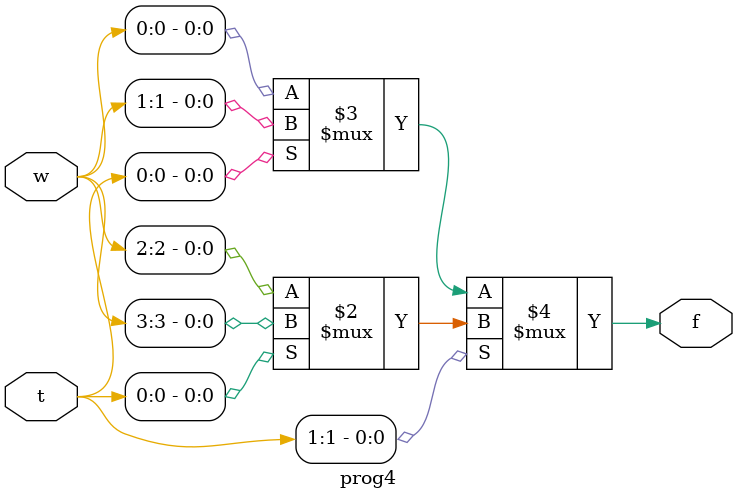
<source format=v>
module prog4(w, t, f);
input [3:0] w;
input [1:0] t;
output f;
reg f;
always @(w or t)
f = t[1]?(t[0]?w[3]:w[2]):(t[0]?w[1]:w[0]);
endmodule



</source>
